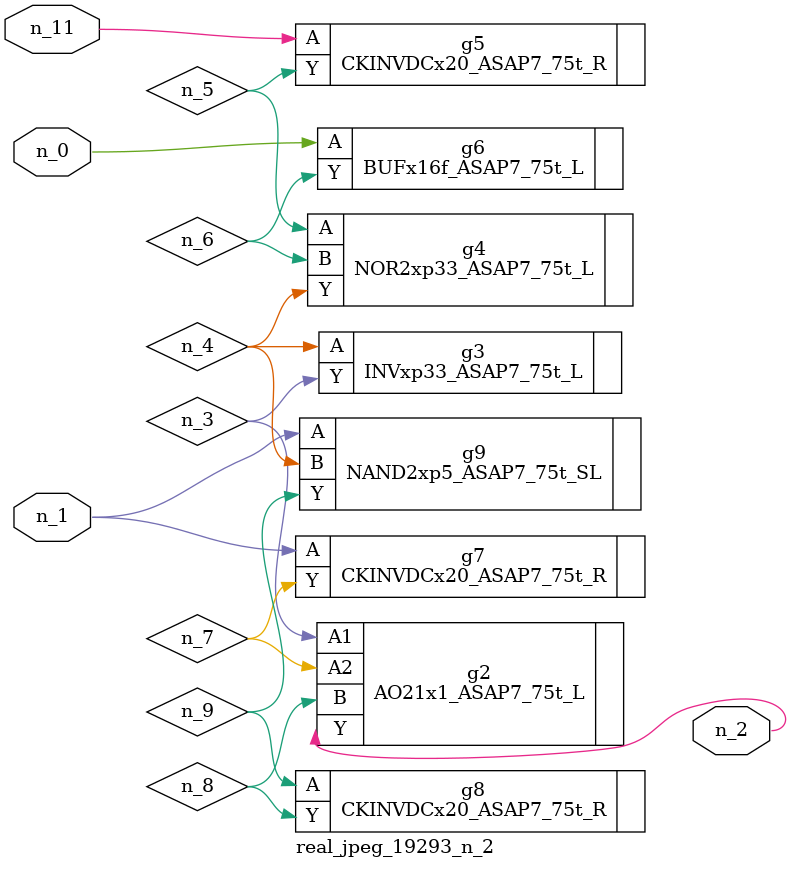
<source format=v>
module real_jpeg_19293_n_2 (n_1, n_11, n_0, n_2);

input n_1;
input n_11;
input n_0;

output n_2;

wire n_5;
wire n_4;
wire n_8;
wire n_6;
wire n_7;
wire n_3;
wire n_9;

BUFx16f_ASAP7_75t_L g6 ( 
.A(n_0),
.Y(n_6)
);

CKINVDCx20_ASAP7_75t_R g7 ( 
.A(n_1),
.Y(n_7)
);

NAND2xp5_ASAP7_75t_SL g9 ( 
.A(n_1),
.B(n_4),
.Y(n_9)
);

AO21x1_ASAP7_75t_L g2 ( 
.A1(n_3),
.A2(n_7),
.B(n_8),
.Y(n_2)
);

INVxp33_ASAP7_75t_L g3 ( 
.A(n_4),
.Y(n_3)
);

NOR2xp33_ASAP7_75t_L g4 ( 
.A(n_5),
.B(n_6),
.Y(n_4)
);

CKINVDCx20_ASAP7_75t_R g8 ( 
.A(n_9),
.Y(n_8)
);

CKINVDCx20_ASAP7_75t_R g5 ( 
.A(n_11),
.Y(n_5)
);


endmodule
</source>
